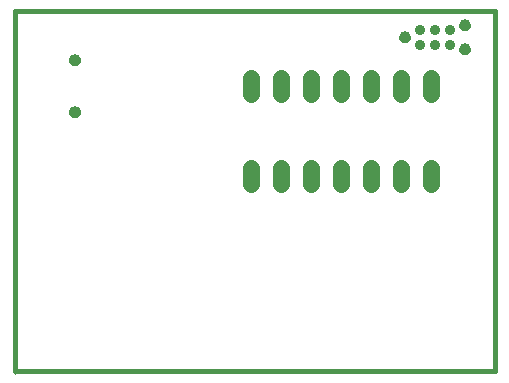
<source format=gbs>
G75*
%MOIN*%
%OFA0B0*%
%FSLAX25Y25*%
%IPPOS*%
%LPD*%
%AMOC8*
5,1,8,0,0,1.08239X$1,22.5*
%
%ADD10C,0.00000*%
%ADD11C,0.01600*%
%ADD12C,0.03500*%
%ADD13C,0.03900*%
%ADD14C,0.03943*%
%ADD15C,0.05600*%
D10*
X0004500Y0001000D02*
X0004500Y0002000D01*
X0022728Y0088339D02*
X0022730Y0088423D01*
X0022736Y0088506D01*
X0022746Y0088589D01*
X0022760Y0088672D01*
X0022777Y0088754D01*
X0022799Y0088835D01*
X0022824Y0088914D01*
X0022853Y0088993D01*
X0022886Y0089070D01*
X0022922Y0089145D01*
X0022962Y0089219D01*
X0023005Y0089291D01*
X0023052Y0089360D01*
X0023102Y0089427D01*
X0023155Y0089492D01*
X0023211Y0089554D01*
X0023269Y0089614D01*
X0023331Y0089671D01*
X0023395Y0089724D01*
X0023462Y0089775D01*
X0023531Y0089822D01*
X0023602Y0089867D01*
X0023675Y0089907D01*
X0023750Y0089944D01*
X0023827Y0089978D01*
X0023905Y0090008D01*
X0023984Y0090034D01*
X0024065Y0090057D01*
X0024147Y0090075D01*
X0024229Y0090090D01*
X0024312Y0090101D01*
X0024395Y0090108D01*
X0024479Y0090111D01*
X0024563Y0090110D01*
X0024646Y0090105D01*
X0024730Y0090096D01*
X0024812Y0090083D01*
X0024894Y0090067D01*
X0024975Y0090046D01*
X0025056Y0090022D01*
X0025134Y0089994D01*
X0025212Y0089962D01*
X0025288Y0089926D01*
X0025362Y0089887D01*
X0025434Y0089845D01*
X0025504Y0089799D01*
X0025572Y0089750D01*
X0025637Y0089698D01*
X0025700Y0089643D01*
X0025760Y0089585D01*
X0025818Y0089524D01*
X0025872Y0089460D01*
X0025924Y0089394D01*
X0025972Y0089326D01*
X0026017Y0089255D01*
X0026058Y0089182D01*
X0026097Y0089108D01*
X0026131Y0089032D01*
X0026162Y0088954D01*
X0026189Y0088875D01*
X0026213Y0088794D01*
X0026232Y0088713D01*
X0026248Y0088631D01*
X0026260Y0088548D01*
X0026268Y0088464D01*
X0026272Y0088381D01*
X0026272Y0088297D01*
X0026268Y0088214D01*
X0026260Y0088130D01*
X0026248Y0088047D01*
X0026232Y0087965D01*
X0026213Y0087884D01*
X0026189Y0087803D01*
X0026162Y0087724D01*
X0026131Y0087646D01*
X0026097Y0087570D01*
X0026058Y0087496D01*
X0026017Y0087423D01*
X0025972Y0087352D01*
X0025924Y0087284D01*
X0025872Y0087218D01*
X0025818Y0087154D01*
X0025760Y0087093D01*
X0025700Y0087035D01*
X0025637Y0086980D01*
X0025572Y0086928D01*
X0025504Y0086879D01*
X0025434Y0086833D01*
X0025362Y0086791D01*
X0025288Y0086752D01*
X0025212Y0086716D01*
X0025134Y0086684D01*
X0025056Y0086656D01*
X0024975Y0086632D01*
X0024894Y0086611D01*
X0024812Y0086595D01*
X0024730Y0086582D01*
X0024646Y0086573D01*
X0024563Y0086568D01*
X0024479Y0086567D01*
X0024395Y0086570D01*
X0024312Y0086577D01*
X0024229Y0086588D01*
X0024147Y0086603D01*
X0024065Y0086621D01*
X0023984Y0086644D01*
X0023905Y0086670D01*
X0023827Y0086700D01*
X0023750Y0086734D01*
X0023675Y0086771D01*
X0023602Y0086811D01*
X0023531Y0086856D01*
X0023462Y0086903D01*
X0023395Y0086954D01*
X0023331Y0087007D01*
X0023269Y0087064D01*
X0023211Y0087124D01*
X0023155Y0087186D01*
X0023102Y0087251D01*
X0023052Y0087318D01*
X0023005Y0087387D01*
X0022962Y0087459D01*
X0022922Y0087533D01*
X0022886Y0087608D01*
X0022853Y0087685D01*
X0022824Y0087764D01*
X0022799Y0087843D01*
X0022777Y0087924D01*
X0022760Y0088006D01*
X0022746Y0088089D01*
X0022736Y0088172D01*
X0022730Y0088255D01*
X0022728Y0088339D01*
X0022728Y0105661D02*
X0022730Y0105745D01*
X0022736Y0105828D01*
X0022746Y0105911D01*
X0022760Y0105994D01*
X0022777Y0106076D01*
X0022799Y0106157D01*
X0022824Y0106236D01*
X0022853Y0106315D01*
X0022886Y0106392D01*
X0022922Y0106467D01*
X0022962Y0106541D01*
X0023005Y0106613D01*
X0023052Y0106682D01*
X0023102Y0106749D01*
X0023155Y0106814D01*
X0023211Y0106876D01*
X0023269Y0106936D01*
X0023331Y0106993D01*
X0023395Y0107046D01*
X0023462Y0107097D01*
X0023531Y0107144D01*
X0023602Y0107189D01*
X0023675Y0107229D01*
X0023750Y0107266D01*
X0023827Y0107300D01*
X0023905Y0107330D01*
X0023984Y0107356D01*
X0024065Y0107379D01*
X0024147Y0107397D01*
X0024229Y0107412D01*
X0024312Y0107423D01*
X0024395Y0107430D01*
X0024479Y0107433D01*
X0024563Y0107432D01*
X0024646Y0107427D01*
X0024730Y0107418D01*
X0024812Y0107405D01*
X0024894Y0107389D01*
X0024975Y0107368D01*
X0025056Y0107344D01*
X0025134Y0107316D01*
X0025212Y0107284D01*
X0025288Y0107248D01*
X0025362Y0107209D01*
X0025434Y0107167D01*
X0025504Y0107121D01*
X0025572Y0107072D01*
X0025637Y0107020D01*
X0025700Y0106965D01*
X0025760Y0106907D01*
X0025818Y0106846D01*
X0025872Y0106782D01*
X0025924Y0106716D01*
X0025972Y0106648D01*
X0026017Y0106577D01*
X0026058Y0106504D01*
X0026097Y0106430D01*
X0026131Y0106354D01*
X0026162Y0106276D01*
X0026189Y0106197D01*
X0026213Y0106116D01*
X0026232Y0106035D01*
X0026248Y0105953D01*
X0026260Y0105870D01*
X0026268Y0105786D01*
X0026272Y0105703D01*
X0026272Y0105619D01*
X0026268Y0105536D01*
X0026260Y0105452D01*
X0026248Y0105369D01*
X0026232Y0105287D01*
X0026213Y0105206D01*
X0026189Y0105125D01*
X0026162Y0105046D01*
X0026131Y0104968D01*
X0026097Y0104892D01*
X0026058Y0104818D01*
X0026017Y0104745D01*
X0025972Y0104674D01*
X0025924Y0104606D01*
X0025872Y0104540D01*
X0025818Y0104476D01*
X0025760Y0104415D01*
X0025700Y0104357D01*
X0025637Y0104302D01*
X0025572Y0104250D01*
X0025504Y0104201D01*
X0025434Y0104155D01*
X0025362Y0104113D01*
X0025288Y0104074D01*
X0025212Y0104038D01*
X0025134Y0104006D01*
X0025056Y0103978D01*
X0024975Y0103954D01*
X0024894Y0103933D01*
X0024812Y0103917D01*
X0024730Y0103904D01*
X0024646Y0103895D01*
X0024563Y0103890D01*
X0024479Y0103889D01*
X0024395Y0103892D01*
X0024312Y0103899D01*
X0024229Y0103910D01*
X0024147Y0103925D01*
X0024065Y0103943D01*
X0023984Y0103966D01*
X0023905Y0103992D01*
X0023827Y0104022D01*
X0023750Y0104056D01*
X0023675Y0104093D01*
X0023602Y0104133D01*
X0023531Y0104178D01*
X0023462Y0104225D01*
X0023395Y0104276D01*
X0023331Y0104329D01*
X0023269Y0104386D01*
X0023211Y0104446D01*
X0023155Y0104508D01*
X0023102Y0104573D01*
X0023052Y0104640D01*
X0023005Y0104709D01*
X0022962Y0104781D01*
X0022922Y0104855D01*
X0022886Y0104930D01*
X0022853Y0105007D01*
X0022824Y0105086D01*
X0022799Y0105165D01*
X0022777Y0105246D01*
X0022760Y0105328D01*
X0022746Y0105411D01*
X0022736Y0105494D01*
X0022730Y0105577D01*
X0022728Y0105661D01*
X0132750Y0113250D02*
X0132752Y0113333D01*
X0132758Y0113416D01*
X0132768Y0113499D01*
X0132782Y0113581D01*
X0132799Y0113663D01*
X0132821Y0113743D01*
X0132846Y0113822D01*
X0132875Y0113900D01*
X0132908Y0113977D01*
X0132945Y0114052D01*
X0132984Y0114125D01*
X0133028Y0114196D01*
X0133074Y0114265D01*
X0133124Y0114332D01*
X0133177Y0114396D01*
X0133233Y0114458D01*
X0133292Y0114517D01*
X0133354Y0114573D01*
X0133418Y0114626D01*
X0133485Y0114676D01*
X0133554Y0114722D01*
X0133625Y0114766D01*
X0133698Y0114805D01*
X0133773Y0114842D01*
X0133850Y0114875D01*
X0133928Y0114904D01*
X0134007Y0114929D01*
X0134087Y0114951D01*
X0134169Y0114968D01*
X0134251Y0114982D01*
X0134334Y0114992D01*
X0134417Y0114998D01*
X0134500Y0115000D01*
X0134583Y0114998D01*
X0134666Y0114992D01*
X0134749Y0114982D01*
X0134831Y0114968D01*
X0134913Y0114951D01*
X0134993Y0114929D01*
X0135072Y0114904D01*
X0135150Y0114875D01*
X0135227Y0114842D01*
X0135302Y0114805D01*
X0135375Y0114766D01*
X0135446Y0114722D01*
X0135515Y0114676D01*
X0135582Y0114626D01*
X0135646Y0114573D01*
X0135708Y0114517D01*
X0135767Y0114458D01*
X0135823Y0114396D01*
X0135876Y0114332D01*
X0135926Y0114265D01*
X0135972Y0114196D01*
X0136016Y0114125D01*
X0136055Y0114052D01*
X0136092Y0113977D01*
X0136125Y0113900D01*
X0136154Y0113822D01*
X0136179Y0113743D01*
X0136201Y0113663D01*
X0136218Y0113581D01*
X0136232Y0113499D01*
X0136242Y0113416D01*
X0136248Y0113333D01*
X0136250Y0113250D01*
X0136248Y0113167D01*
X0136242Y0113084D01*
X0136232Y0113001D01*
X0136218Y0112919D01*
X0136201Y0112837D01*
X0136179Y0112757D01*
X0136154Y0112678D01*
X0136125Y0112600D01*
X0136092Y0112523D01*
X0136055Y0112448D01*
X0136016Y0112375D01*
X0135972Y0112304D01*
X0135926Y0112235D01*
X0135876Y0112168D01*
X0135823Y0112104D01*
X0135767Y0112042D01*
X0135708Y0111983D01*
X0135646Y0111927D01*
X0135582Y0111874D01*
X0135515Y0111824D01*
X0135446Y0111778D01*
X0135375Y0111734D01*
X0135302Y0111695D01*
X0135227Y0111658D01*
X0135150Y0111625D01*
X0135072Y0111596D01*
X0134993Y0111571D01*
X0134913Y0111549D01*
X0134831Y0111532D01*
X0134749Y0111518D01*
X0134666Y0111508D01*
X0134583Y0111502D01*
X0134500Y0111500D01*
X0134417Y0111502D01*
X0134334Y0111508D01*
X0134251Y0111518D01*
X0134169Y0111532D01*
X0134087Y0111549D01*
X0134007Y0111571D01*
X0133928Y0111596D01*
X0133850Y0111625D01*
X0133773Y0111658D01*
X0133698Y0111695D01*
X0133625Y0111734D01*
X0133554Y0111778D01*
X0133485Y0111824D01*
X0133418Y0111874D01*
X0133354Y0111927D01*
X0133292Y0111983D01*
X0133233Y0112042D01*
X0133177Y0112104D01*
X0133124Y0112168D01*
X0133074Y0112235D01*
X0133028Y0112304D01*
X0132984Y0112375D01*
X0132945Y0112448D01*
X0132908Y0112523D01*
X0132875Y0112600D01*
X0132846Y0112678D01*
X0132821Y0112757D01*
X0132799Y0112837D01*
X0132782Y0112919D01*
X0132768Y0113001D01*
X0132758Y0113084D01*
X0132752Y0113167D01*
X0132750Y0113250D01*
X0152750Y0109250D02*
X0152752Y0109333D01*
X0152758Y0109416D01*
X0152768Y0109499D01*
X0152782Y0109581D01*
X0152799Y0109663D01*
X0152821Y0109743D01*
X0152846Y0109822D01*
X0152875Y0109900D01*
X0152908Y0109977D01*
X0152945Y0110052D01*
X0152984Y0110125D01*
X0153028Y0110196D01*
X0153074Y0110265D01*
X0153124Y0110332D01*
X0153177Y0110396D01*
X0153233Y0110458D01*
X0153292Y0110517D01*
X0153354Y0110573D01*
X0153418Y0110626D01*
X0153485Y0110676D01*
X0153554Y0110722D01*
X0153625Y0110766D01*
X0153698Y0110805D01*
X0153773Y0110842D01*
X0153850Y0110875D01*
X0153928Y0110904D01*
X0154007Y0110929D01*
X0154087Y0110951D01*
X0154169Y0110968D01*
X0154251Y0110982D01*
X0154334Y0110992D01*
X0154417Y0110998D01*
X0154500Y0111000D01*
X0154583Y0110998D01*
X0154666Y0110992D01*
X0154749Y0110982D01*
X0154831Y0110968D01*
X0154913Y0110951D01*
X0154993Y0110929D01*
X0155072Y0110904D01*
X0155150Y0110875D01*
X0155227Y0110842D01*
X0155302Y0110805D01*
X0155375Y0110766D01*
X0155446Y0110722D01*
X0155515Y0110676D01*
X0155582Y0110626D01*
X0155646Y0110573D01*
X0155708Y0110517D01*
X0155767Y0110458D01*
X0155823Y0110396D01*
X0155876Y0110332D01*
X0155926Y0110265D01*
X0155972Y0110196D01*
X0156016Y0110125D01*
X0156055Y0110052D01*
X0156092Y0109977D01*
X0156125Y0109900D01*
X0156154Y0109822D01*
X0156179Y0109743D01*
X0156201Y0109663D01*
X0156218Y0109581D01*
X0156232Y0109499D01*
X0156242Y0109416D01*
X0156248Y0109333D01*
X0156250Y0109250D01*
X0156248Y0109167D01*
X0156242Y0109084D01*
X0156232Y0109001D01*
X0156218Y0108919D01*
X0156201Y0108837D01*
X0156179Y0108757D01*
X0156154Y0108678D01*
X0156125Y0108600D01*
X0156092Y0108523D01*
X0156055Y0108448D01*
X0156016Y0108375D01*
X0155972Y0108304D01*
X0155926Y0108235D01*
X0155876Y0108168D01*
X0155823Y0108104D01*
X0155767Y0108042D01*
X0155708Y0107983D01*
X0155646Y0107927D01*
X0155582Y0107874D01*
X0155515Y0107824D01*
X0155446Y0107778D01*
X0155375Y0107734D01*
X0155302Y0107695D01*
X0155227Y0107658D01*
X0155150Y0107625D01*
X0155072Y0107596D01*
X0154993Y0107571D01*
X0154913Y0107549D01*
X0154831Y0107532D01*
X0154749Y0107518D01*
X0154666Y0107508D01*
X0154583Y0107502D01*
X0154500Y0107500D01*
X0154417Y0107502D01*
X0154334Y0107508D01*
X0154251Y0107518D01*
X0154169Y0107532D01*
X0154087Y0107549D01*
X0154007Y0107571D01*
X0153928Y0107596D01*
X0153850Y0107625D01*
X0153773Y0107658D01*
X0153698Y0107695D01*
X0153625Y0107734D01*
X0153554Y0107778D01*
X0153485Y0107824D01*
X0153418Y0107874D01*
X0153354Y0107927D01*
X0153292Y0107983D01*
X0153233Y0108042D01*
X0153177Y0108104D01*
X0153124Y0108168D01*
X0153074Y0108235D01*
X0153028Y0108304D01*
X0152984Y0108375D01*
X0152945Y0108448D01*
X0152908Y0108523D01*
X0152875Y0108600D01*
X0152846Y0108678D01*
X0152821Y0108757D01*
X0152799Y0108837D01*
X0152782Y0108919D01*
X0152768Y0109001D01*
X0152758Y0109084D01*
X0152752Y0109167D01*
X0152750Y0109250D01*
X0152750Y0117250D02*
X0152752Y0117333D01*
X0152758Y0117416D01*
X0152768Y0117499D01*
X0152782Y0117581D01*
X0152799Y0117663D01*
X0152821Y0117743D01*
X0152846Y0117822D01*
X0152875Y0117900D01*
X0152908Y0117977D01*
X0152945Y0118052D01*
X0152984Y0118125D01*
X0153028Y0118196D01*
X0153074Y0118265D01*
X0153124Y0118332D01*
X0153177Y0118396D01*
X0153233Y0118458D01*
X0153292Y0118517D01*
X0153354Y0118573D01*
X0153418Y0118626D01*
X0153485Y0118676D01*
X0153554Y0118722D01*
X0153625Y0118766D01*
X0153698Y0118805D01*
X0153773Y0118842D01*
X0153850Y0118875D01*
X0153928Y0118904D01*
X0154007Y0118929D01*
X0154087Y0118951D01*
X0154169Y0118968D01*
X0154251Y0118982D01*
X0154334Y0118992D01*
X0154417Y0118998D01*
X0154500Y0119000D01*
X0154583Y0118998D01*
X0154666Y0118992D01*
X0154749Y0118982D01*
X0154831Y0118968D01*
X0154913Y0118951D01*
X0154993Y0118929D01*
X0155072Y0118904D01*
X0155150Y0118875D01*
X0155227Y0118842D01*
X0155302Y0118805D01*
X0155375Y0118766D01*
X0155446Y0118722D01*
X0155515Y0118676D01*
X0155582Y0118626D01*
X0155646Y0118573D01*
X0155708Y0118517D01*
X0155767Y0118458D01*
X0155823Y0118396D01*
X0155876Y0118332D01*
X0155926Y0118265D01*
X0155972Y0118196D01*
X0156016Y0118125D01*
X0156055Y0118052D01*
X0156092Y0117977D01*
X0156125Y0117900D01*
X0156154Y0117822D01*
X0156179Y0117743D01*
X0156201Y0117663D01*
X0156218Y0117581D01*
X0156232Y0117499D01*
X0156242Y0117416D01*
X0156248Y0117333D01*
X0156250Y0117250D01*
X0156248Y0117167D01*
X0156242Y0117084D01*
X0156232Y0117001D01*
X0156218Y0116919D01*
X0156201Y0116837D01*
X0156179Y0116757D01*
X0156154Y0116678D01*
X0156125Y0116600D01*
X0156092Y0116523D01*
X0156055Y0116448D01*
X0156016Y0116375D01*
X0155972Y0116304D01*
X0155926Y0116235D01*
X0155876Y0116168D01*
X0155823Y0116104D01*
X0155767Y0116042D01*
X0155708Y0115983D01*
X0155646Y0115927D01*
X0155582Y0115874D01*
X0155515Y0115824D01*
X0155446Y0115778D01*
X0155375Y0115734D01*
X0155302Y0115695D01*
X0155227Y0115658D01*
X0155150Y0115625D01*
X0155072Y0115596D01*
X0154993Y0115571D01*
X0154913Y0115549D01*
X0154831Y0115532D01*
X0154749Y0115518D01*
X0154666Y0115508D01*
X0154583Y0115502D01*
X0154500Y0115500D01*
X0154417Y0115502D01*
X0154334Y0115508D01*
X0154251Y0115518D01*
X0154169Y0115532D01*
X0154087Y0115549D01*
X0154007Y0115571D01*
X0153928Y0115596D01*
X0153850Y0115625D01*
X0153773Y0115658D01*
X0153698Y0115695D01*
X0153625Y0115734D01*
X0153554Y0115778D01*
X0153485Y0115824D01*
X0153418Y0115874D01*
X0153354Y0115927D01*
X0153292Y0115983D01*
X0153233Y0116042D01*
X0153177Y0116104D01*
X0153124Y0116168D01*
X0153074Y0116235D01*
X0153028Y0116304D01*
X0152984Y0116375D01*
X0152945Y0116448D01*
X0152908Y0116523D01*
X0152875Y0116600D01*
X0152846Y0116678D01*
X0152821Y0116757D01*
X0152799Y0116837D01*
X0152782Y0116919D01*
X0152768Y0117001D01*
X0152758Y0117084D01*
X0152752Y0117167D01*
X0152750Y0117250D01*
D11*
X0164500Y0122000D02*
X0164500Y0002000D01*
X0004500Y0002000D01*
X0004500Y0122000D01*
X0164500Y0122000D01*
D12*
X0149500Y0115750D03*
X0149500Y0110750D03*
X0144500Y0110750D03*
X0139500Y0110750D03*
X0139500Y0115750D03*
X0144500Y0115750D03*
D13*
X0134500Y0113250D03*
X0154500Y0109250D03*
X0154500Y0117250D03*
D14*
X0024500Y0105661D03*
X0024500Y0088339D03*
D15*
X0083250Y0094400D02*
X0083250Y0099600D01*
X0093250Y0099600D02*
X0093250Y0094400D01*
X0103250Y0094400D02*
X0103250Y0099600D01*
X0113250Y0099600D02*
X0113250Y0094400D01*
X0123250Y0094400D02*
X0123250Y0099600D01*
X0133250Y0099600D02*
X0133250Y0094400D01*
X0143250Y0094400D02*
X0143250Y0099600D01*
X0143250Y0069600D02*
X0143250Y0064400D01*
X0133250Y0064400D02*
X0133250Y0069600D01*
X0123250Y0069600D02*
X0123250Y0064400D01*
X0113250Y0064400D02*
X0113250Y0069600D01*
X0103250Y0069600D02*
X0103250Y0064400D01*
X0093250Y0064400D02*
X0093250Y0069600D01*
X0083250Y0069600D02*
X0083250Y0064400D01*
M02*

</source>
